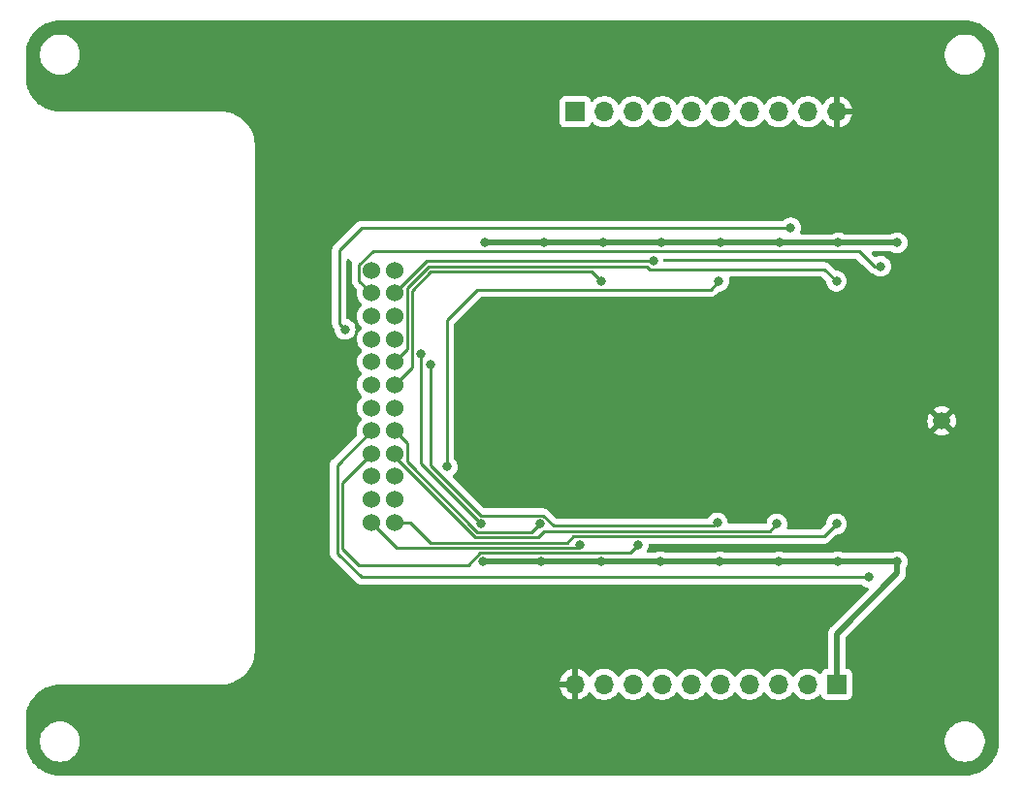
<source format=gbl>
%TF.GenerationSoftware,KiCad,Pcbnew,7.0.2*%
%TF.CreationDate,2023-10-23T14:01:15-05:00*%
%TF.ProjectId,BPS-MinionShield,4250532d-4d69-46e6-996f-6e536869656c,rev?*%
%TF.SameCoordinates,Original*%
%TF.FileFunction,Copper,L2,Bot*%
%TF.FilePolarity,Positive*%
%FSLAX46Y46*%
G04 Gerber Fmt 4.6, Leading zero omitted, Abs format (unit mm)*
G04 Created by KiCad (PCBNEW 7.0.2) date 2023-10-23 14:01:15*
%MOMM*%
%LPD*%
G01*
G04 APERTURE LIST*
%TA.AperFunction,ComponentPad*%
%ADD10R,1.700000X1.700000*%
%TD*%
%TA.AperFunction,ComponentPad*%
%ADD11O,1.700000X1.700000*%
%TD*%
%TA.AperFunction,ComponentPad*%
%ADD12C,1.500000*%
%TD*%
%TA.AperFunction,ComponentPad*%
%ADD13C,1.524000*%
%TD*%
%TA.AperFunction,ViaPad*%
%ADD14C,0.800000*%
%TD*%
%TA.AperFunction,Conductor*%
%ADD15C,0.500000*%
%TD*%
%TA.AperFunction,Conductor*%
%ADD16C,0.250000*%
%TD*%
G04 APERTURE END LIST*
D10*
X148000000Y-78000000D03*
D11*
X150540000Y-78000000D03*
X153080000Y-78000000D03*
X155620000Y-78000000D03*
X158160000Y-78000000D03*
X160700000Y-78000000D03*
X163240000Y-78000000D03*
X165780000Y-78000000D03*
X168320000Y-78000000D03*
X170860000Y-78000000D03*
D10*
X170830000Y-128000000D03*
D11*
X168290000Y-128000000D03*
X165750000Y-128000000D03*
X163210000Y-128000000D03*
X160670000Y-128000000D03*
X158130000Y-128000000D03*
X155590000Y-128000000D03*
X153050000Y-128000000D03*
X150510000Y-128000000D03*
X147970000Y-128000000D03*
D12*
X180000000Y-105000000D03*
D13*
X132210000Y-91850000D03*
X130210000Y-91850000D03*
X132210000Y-93850000D03*
X130210000Y-93850000D03*
X132210000Y-95850000D03*
X130210000Y-95850000D03*
X132210000Y-97850000D03*
X130210000Y-97850000D03*
X132210000Y-99850000D03*
X130210000Y-99850000D03*
X132210000Y-101850000D03*
X130210000Y-101850000D03*
X132210000Y-103850000D03*
X130210000Y-103850000D03*
X132210000Y-105850000D03*
X130210000Y-105850000D03*
X132210000Y-107850000D03*
X130210000Y-107850000D03*
X132210000Y-109850000D03*
X130210000Y-109850000D03*
X132210000Y-111850000D03*
X130210000Y-111850000D03*
X132210000Y-113850000D03*
X130210000Y-113850000D03*
D14*
X139950000Y-117300000D03*
X170950000Y-89450000D03*
X160650000Y-89450000D03*
X176085716Y-89450000D03*
X176100000Y-117300000D03*
X145271430Y-89450000D03*
X165800000Y-89450000D03*
X155400000Y-117300000D03*
X165750000Y-117300000D03*
X145050000Y-117300000D03*
X170900000Y-117300000D03*
X155550000Y-89450000D03*
X160600000Y-117300000D03*
X150250000Y-117300000D03*
X140135716Y-89450000D03*
X150400000Y-89450000D03*
X145000000Y-102000000D03*
X125000000Y-83000000D03*
X178130000Y-82430000D03*
X135000000Y-73000000D03*
X147320000Y-82460000D03*
X167760000Y-123980000D03*
X152250000Y-123980000D03*
X146000000Y-133000000D03*
X182000000Y-82000000D03*
X142200000Y-82460000D03*
X125000000Y-113000000D03*
X135000000Y-83000000D03*
X157600000Y-82490000D03*
X173000000Y-82390000D03*
X162580000Y-123990000D03*
X162730000Y-82490000D03*
X152450000Y-82430000D03*
X141880000Y-124000000D03*
X125000000Y-73000000D03*
X157430000Y-123980000D03*
X155000000Y-102000000D03*
X125000000Y-93000000D03*
X125000000Y-123000000D03*
X125000000Y-103000000D03*
X147080000Y-124000000D03*
X172930000Y-124000000D03*
X167870000Y-82500000D03*
X135000000Y-133000000D03*
X115000000Y-133000000D03*
X182000000Y-114000000D03*
X135000000Y-123000000D03*
X178100000Y-123990000D03*
X165000000Y-102000000D03*
X182000000Y-93000000D03*
X125000000Y-133000000D03*
X175000000Y-102000000D03*
X146000000Y-73000000D03*
X182000000Y-124000000D03*
X114000000Y-73000000D03*
X173653068Y-118660048D03*
X170800000Y-114000000D03*
X165600000Y-114000000D03*
X160400000Y-113900000D03*
X135400000Y-100100000D03*
X153500000Y-115799503D03*
X148389264Y-115800003D03*
X144900000Y-114000000D03*
X134528049Y-99143451D03*
X139800000Y-114000000D03*
X150257144Y-92800000D03*
X154800000Y-91050000D03*
X160528572Y-92800000D03*
X136800000Y-109000000D03*
X127900000Y-97000000D03*
X166800000Y-88150000D03*
X170800000Y-92800000D03*
X174650000Y-91500000D03*
D15*
X170830000Y-123580000D02*
X170830000Y-128000000D01*
X155550000Y-89450000D02*
X150400000Y-89450000D01*
X176100000Y-118310000D02*
X170830000Y-123580000D01*
X150250000Y-117300000D02*
X145050000Y-117300000D01*
X145050000Y-117300000D02*
X139950000Y-117300000D01*
X165750000Y-117300000D02*
X160600000Y-117300000D01*
X140135716Y-89450000D02*
X145271430Y-89450000D01*
X160650000Y-89450000D02*
X155550000Y-89450000D01*
X170950000Y-89450000D02*
X165800000Y-89450000D01*
X176085716Y-89450000D02*
X170950000Y-89450000D01*
X160600000Y-117300000D02*
X155400000Y-117300000D01*
X170900000Y-117300000D02*
X165750000Y-117300000D01*
X176100000Y-117300000D02*
X170900000Y-117300000D01*
X176100000Y-117300000D02*
X176100000Y-118310000D01*
X155400000Y-117300000D02*
X150250000Y-117300000D01*
X150400000Y-89450000D02*
X145271430Y-89450000D01*
X165800000Y-89450000D02*
X160650000Y-89450000D01*
D16*
X127200000Y-108860000D02*
X130210000Y-105850000D01*
X127200000Y-116550000D02*
X127200000Y-108860000D01*
X129310048Y-118660048D02*
X173653068Y-118660048D01*
X127200000Y-116550000D02*
X129310048Y-118660048D01*
X133550000Y-113850000D02*
X135324503Y-115624503D01*
X132210000Y-113850000D02*
X133550000Y-113850000D01*
X147824997Y-115075003D02*
X169724997Y-115075003D01*
X135324503Y-115624503D02*
X147275497Y-115624503D01*
X170800000Y-114000000D02*
X169724997Y-115075003D01*
X147275497Y-115624503D02*
X147824997Y-115075003D01*
X132210000Y-107850000D02*
X132210000Y-108110000D01*
X132210000Y-108110000D02*
X139274503Y-115174503D01*
X145300302Y-114625003D02*
X164974997Y-114625003D01*
X139274503Y-115174503D02*
X144750802Y-115174503D01*
X144750802Y-115174503D02*
X145300302Y-114625003D01*
X164974997Y-114625003D02*
X165600000Y-114000000D01*
X160124997Y-114175003D02*
X160400000Y-113900000D01*
X146100308Y-114175003D02*
X160124997Y-114175003D01*
X135400000Y-108900000D02*
X139775000Y-113275000D01*
X135400000Y-100100000D02*
X135400000Y-108900000D01*
X145200305Y-113275000D02*
X146100308Y-114175003D01*
X139775000Y-113275000D02*
X145200305Y-113275000D01*
X129075000Y-117575000D02*
X127650000Y-116150000D01*
X138649695Y-117575000D02*
X129075000Y-117575000D01*
X153500000Y-115799503D02*
X152775000Y-116524503D01*
X152775000Y-116524503D02*
X139700192Y-116524503D01*
X139700192Y-116524503D02*
X138649695Y-117575000D01*
X127650000Y-110410000D02*
X130210000Y-107850000D01*
X127650000Y-116150000D02*
X127650000Y-110410000D01*
X148389264Y-115800003D02*
X148114764Y-116074503D01*
X132434503Y-116074503D02*
X130210000Y-113850000D01*
X148114764Y-116074503D02*
X132434503Y-116074503D01*
X133297000Y-106937000D02*
X132210000Y-105850000D01*
X144175497Y-114724503D02*
X139460899Y-114724503D01*
X133297000Y-108560604D02*
X133297000Y-106937000D01*
X139460899Y-114724503D02*
X133297000Y-108560604D01*
X144900000Y-114000000D02*
X144175497Y-114724503D01*
X134528049Y-108728049D02*
X139800000Y-114000000D01*
X134528049Y-99143451D02*
X134528049Y-108728049D01*
X149407144Y-91950000D02*
X135400000Y-91950000D01*
X150257144Y-92800000D02*
X149407144Y-91950000D01*
X133747000Y-93603000D02*
X133747000Y-100313000D01*
X133747000Y-100313000D02*
X132210000Y-101850000D01*
X135400000Y-91950000D02*
X133747000Y-93603000D01*
X135010000Y-91050000D02*
X132210000Y-93850000D01*
X154800000Y-91050000D02*
X135010000Y-91050000D01*
X159788572Y-93540000D02*
X139460000Y-93540000D01*
X136800000Y-96200000D02*
X136800000Y-109000000D01*
X160528572Y-92800000D02*
X159788572Y-93540000D01*
X139460000Y-93540000D02*
X136800000Y-96200000D01*
X129350000Y-88150000D02*
X127400000Y-90100000D01*
X127400000Y-90100000D02*
X127400000Y-96500000D01*
X166800000Y-88150000D02*
X129350000Y-88150000D01*
X127400000Y-96500000D02*
X127900000Y-97000000D01*
X154499695Y-91775000D02*
X169775000Y-91775000D01*
X133297000Y-93399396D02*
X135196396Y-91500000D01*
X132210000Y-99850000D02*
X133297000Y-98763000D01*
X154224695Y-91500000D02*
X154499695Y-91775000D01*
X133297000Y-98763000D02*
X133297000Y-93399396D01*
X169775000Y-91775000D02*
X170800000Y-92800000D01*
X135196396Y-91500000D02*
X154224695Y-91500000D01*
X129123000Y-91399749D02*
X129123000Y-92763000D01*
X129123000Y-92763000D02*
X130210000Y-93850000D01*
X130347749Y-90175000D02*
X129123000Y-91399749D01*
X172775000Y-90175000D02*
X130347749Y-90175000D01*
X174650000Y-91500000D02*
X174100000Y-91500000D01*
X174100000Y-91500000D02*
X172775000Y-90175000D01*
%TA.AperFunction,Conductor*%
G36*
X182003405Y-70025684D02*
G01*
X182314130Y-70042474D01*
X182327631Y-70043938D01*
X182631386Y-70093567D01*
X182644661Y-70096479D01*
X182941300Y-70178552D01*
X182954188Y-70182880D01*
X183097218Y-70239658D01*
X183240253Y-70296440D01*
X183252587Y-70302125D01*
X183524758Y-70445856D01*
X183536402Y-70452833D01*
X183739550Y-70589984D01*
X183791503Y-70625059D01*
X183802342Y-70633263D01*
X184037381Y-70831961D01*
X184047265Y-70841276D01*
X184259531Y-71064152D01*
X184268364Y-71074490D01*
X184455373Y-71318939D01*
X184463040Y-71330169D01*
X184622612Y-71593337D01*
X184629025Y-71605328D01*
X184759313Y-71884168D01*
X184764396Y-71896780D01*
X184863877Y-72188035D01*
X184867571Y-72201121D01*
X184935084Y-72501392D01*
X184937347Y-72514800D01*
X184972112Y-72820612D01*
X184972916Y-72834186D01*
X184974498Y-73136981D01*
X184974500Y-73146306D01*
X184974351Y-73152432D01*
X184973576Y-73168340D01*
X184974500Y-73175246D01*
X184974500Y-126518108D01*
X184964339Y-133238458D01*
X184963638Y-133251538D01*
X184941220Y-133463205D01*
X184939045Y-133476701D01*
X184873311Y-133779071D01*
X184869687Y-133792250D01*
X184771590Y-134085710D01*
X184766560Y-134098420D01*
X184637246Y-134379535D01*
X184630868Y-134391625D01*
X184471861Y-134657083D01*
X184464216Y-134668404D01*
X184399765Y-134753501D01*
X184277393Y-134915070D01*
X184268561Y-134925503D01*
X184056119Y-135150476D01*
X184046210Y-135159890D01*
X183810649Y-135360527D01*
X183799777Y-135368813D01*
X183543859Y-135542757D01*
X183532154Y-135549816D01*
X183258905Y-135695011D01*
X183246503Y-135700761D01*
X182959143Y-135815497D01*
X182946193Y-135819870D01*
X182648080Y-135902808D01*
X182634731Y-135905752D01*
X182329389Y-135955908D01*
X182315801Y-135957388D01*
X182004234Y-135974314D01*
X181997399Y-135974500D01*
X103003293Y-135974500D01*
X102996700Y-135974327D01*
X102978512Y-135973373D01*
X102695679Y-135958550D01*
X102682563Y-135957172D01*
X102388088Y-135910532D01*
X102375188Y-135907790D01*
X102087205Y-135830626D01*
X102074661Y-135826550D01*
X101796327Y-135719707D01*
X101784280Y-135714343D01*
X101518631Y-135578989D01*
X101507208Y-135572394D01*
X101458681Y-135540880D01*
X101257164Y-135410013D01*
X101246498Y-135402263D01*
X101194958Y-135360527D01*
X101014802Y-135214639D01*
X101005001Y-135205814D01*
X100794185Y-134994998D01*
X100785360Y-134985197D01*
X100737021Y-134925503D01*
X100597732Y-134753495D01*
X100589988Y-134742838D01*
X100427601Y-134492785D01*
X100421010Y-134481368D01*
X100285656Y-134215719D01*
X100280292Y-134203672D01*
X100235018Y-134085730D01*
X100173447Y-133925332D01*
X100169373Y-133912794D01*
X100134898Y-133784132D01*
X100092209Y-133624811D01*
X100089467Y-133611911D01*
X100042827Y-133317436D01*
X100041449Y-133304319D01*
X100032375Y-133131182D01*
X101249500Y-133131182D01*
X101288604Y-133390615D01*
X101288605Y-133390618D01*
X101365936Y-133641323D01*
X101479772Y-133877704D01*
X101627563Y-134094474D01*
X101627565Y-134094476D01*
X101627567Y-134094479D01*
X101806019Y-134286805D01*
X102011143Y-134450386D01*
X102238357Y-134581568D01*
X102482584Y-134677420D01*
X102738370Y-134735802D01*
X102934506Y-134750500D01*
X102936859Y-134750500D01*
X103063141Y-134750500D01*
X103065494Y-134750500D01*
X103261630Y-134735802D01*
X103517416Y-134677420D01*
X103761643Y-134581568D01*
X103988857Y-134450386D01*
X104193981Y-134286805D01*
X104372433Y-134094479D01*
X104520228Y-133877704D01*
X104634063Y-133641323D01*
X104711396Y-133390615D01*
X104750500Y-133131182D01*
X180249500Y-133131182D01*
X180288604Y-133390615D01*
X180288605Y-133390618D01*
X180365936Y-133641323D01*
X180479772Y-133877704D01*
X180627563Y-134094474D01*
X180627565Y-134094476D01*
X180627567Y-134094479D01*
X180806019Y-134286805D01*
X181011143Y-134450386D01*
X181238357Y-134581568D01*
X181482584Y-134677420D01*
X181738370Y-134735802D01*
X181934506Y-134750500D01*
X181936859Y-134750500D01*
X182063141Y-134750500D01*
X182065494Y-134750500D01*
X182261630Y-134735802D01*
X182517416Y-134677420D01*
X182761643Y-134581568D01*
X182988857Y-134450386D01*
X183193981Y-134286805D01*
X183372433Y-134094479D01*
X183520228Y-133877704D01*
X183634063Y-133641323D01*
X183711396Y-133390615D01*
X183750500Y-133131182D01*
X183750500Y-132868818D01*
X183711396Y-132609385D01*
X183634063Y-132358677D01*
X183520228Y-132122296D01*
X183372433Y-131905521D01*
X183193981Y-131713195D01*
X182988857Y-131549614D01*
X182761643Y-131418432D01*
X182761642Y-131418432D01*
X182517417Y-131322580D01*
X182261630Y-131264198D01*
X182067836Y-131249675D01*
X182067822Y-131249674D01*
X182065494Y-131249500D01*
X181934506Y-131249500D01*
X181932178Y-131249674D01*
X181932163Y-131249675D01*
X181738369Y-131264198D01*
X181482582Y-131322580D01*
X181238356Y-131418432D01*
X181011146Y-131549612D01*
X181011143Y-131549614D01*
X180806019Y-131713195D01*
X180667525Y-131862455D01*
X180627563Y-131905525D01*
X180479772Y-132122295D01*
X180365936Y-132358676D01*
X180288605Y-132609381D01*
X180288604Y-132609385D01*
X180249500Y-132868818D01*
X180249500Y-133131182D01*
X104750500Y-133131182D01*
X104750500Y-132868818D01*
X104711396Y-132609385D01*
X104634063Y-132358677D01*
X104520228Y-132122296D01*
X104372433Y-131905521D01*
X104193981Y-131713195D01*
X103988857Y-131549614D01*
X103761643Y-131418432D01*
X103761642Y-131418432D01*
X103517417Y-131322580D01*
X103261630Y-131264198D01*
X103067836Y-131249675D01*
X103067822Y-131249674D01*
X103065494Y-131249500D01*
X102934506Y-131249500D01*
X102932178Y-131249674D01*
X102932163Y-131249675D01*
X102738369Y-131264198D01*
X102482582Y-131322580D01*
X102238356Y-131418432D01*
X102011146Y-131549612D01*
X102011143Y-131549614D01*
X101806019Y-131713195D01*
X101667525Y-131862455D01*
X101627563Y-131905525D01*
X101479772Y-132122295D01*
X101365936Y-132358676D01*
X101288605Y-132609381D01*
X101288604Y-132609385D01*
X101249500Y-132868818D01*
X101249500Y-133131182D01*
X100032375Y-133131182D01*
X100025673Y-133003300D01*
X100025500Y-132996706D01*
X100025500Y-131003293D01*
X100025673Y-130996699D01*
X100041449Y-130695680D01*
X100042827Y-130682563D01*
X100089467Y-130388088D01*
X100092209Y-130375188D01*
X100169376Y-130087195D01*
X100173445Y-130074672D01*
X100280295Y-129796319D01*
X100285656Y-129784280D01*
X100421014Y-129518623D01*
X100427596Y-129507222D01*
X100589994Y-129257151D01*
X100597725Y-129246512D01*
X100785369Y-129014790D01*
X100794175Y-129005011D01*
X101005011Y-128794175D01*
X101014790Y-128785369D01*
X101246512Y-128597725D01*
X101257151Y-128589994D01*
X101507222Y-128427596D01*
X101518623Y-128421014D01*
X101784280Y-128285655D01*
X101796319Y-128280295D01*
X102074672Y-128173445D01*
X102087195Y-128169376D01*
X102375192Y-128092208D01*
X102388084Y-128089467D01*
X102682566Y-128042826D01*
X102695678Y-128041449D01*
X102996699Y-128025672D01*
X103003293Y-128025500D01*
X117155270Y-128025500D01*
X117158560Y-128025500D01*
X117473942Y-127992352D01*
X117784132Y-127926419D01*
X118085730Y-127828424D01*
X118375433Y-127699440D01*
X118650067Y-127540880D01*
X118906622Y-127354482D01*
X119142287Y-127142287D01*
X119354482Y-126906622D01*
X119540880Y-126650067D01*
X119699440Y-126375433D01*
X119828424Y-126085730D01*
X119926419Y-125784132D01*
X119992352Y-125473942D01*
X120025500Y-125158560D01*
X120025500Y-125000000D01*
X120025500Y-124991715D01*
X120025500Y-124991714D01*
X120025500Y-108839942D01*
X126561779Y-108839942D01*
X126565941Y-108883961D01*
X126566500Y-108895819D01*
X126566500Y-116466147D01*
X126564204Y-116486935D01*
X126566438Y-116557984D01*
X126566500Y-116561943D01*
X126566500Y-116589856D01*
X126566995Y-116593774D01*
X126566997Y-116593806D01*
X126567008Y-116593888D01*
X126567937Y-116605697D01*
X126569326Y-116649892D01*
X126574977Y-116669341D01*
X126578986Y-116688696D01*
X126581525Y-116708794D01*
X126581525Y-116708796D01*
X126581526Y-116708797D01*
X126583080Y-116712723D01*
X126597801Y-116749903D01*
X126601644Y-116761130D01*
X126613980Y-116803590D01*
X126624294Y-116821030D01*
X126632987Y-116838774D01*
X126638509Y-116852720D01*
X126640449Y-116857619D01*
X126666431Y-116893380D01*
X126672948Y-116903301D01*
X126695458Y-116941363D01*
X126709778Y-116955683D01*
X126722618Y-116970716D01*
X126734526Y-116987105D01*
X126768598Y-117015292D01*
X126777378Y-117023282D01*
X128802799Y-119048703D01*
X128815883Y-119065033D01*
X128867714Y-119113705D01*
X128870557Y-119116461D01*
X128890278Y-119136182D01*
X128893399Y-119138603D01*
X128893407Y-119138610D01*
X128893473Y-119138661D01*
X128902493Y-119146365D01*
X128934727Y-119176634D01*
X128952483Y-119186395D01*
X128968999Y-119197244D01*
X128985007Y-119209661D01*
X129025573Y-119227215D01*
X129036236Y-119232439D01*
X129074986Y-119253742D01*
X129074988Y-119253743D01*
X129094610Y-119258781D01*
X129113315Y-119265185D01*
X129131903Y-119273229D01*
X129175570Y-119280144D01*
X129187177Y-119282548D01*
X129230018Y-119293548D01*
X129250279Y-119293548D01*
X129269987Y-119295098D01*
X129289991Y-119298267D01*
X129289991Y-119298266D01*
X129289992Y-119298267D01*
X129334002Y-119294107D01*
X129345859Y-119293548D01*
X172944868Y-119293548D01*
X173012989Y-119313550D01*
X173038503Y-119335236D01*
X173041814Y-119338914D01*
X173129961Y-119402956D01*
X173196316Y-119451166D01*
X173370780Y-119528842D01*
X173504761Y-119557320D01*
X173567231Y-119591047D01*
X173601553Y-119653197D01*
X173596825Y-119724036D01*
X173567656Y-119769661D01*
X170339225Y-122998092D01*
X170325377Y-123010061D01*
X170305944Y-123024529D01*
X170273773Y-123062868D01*
X170266360Y-123070958D01*
X170265017Y-123072301D01*
X170265011Y-123072307D01*
X170262420Y-123074899D01*
X170260149Y-123077770D01*
X170260140Y-123077781D01*
X170242997Y-123099460D01*
X170240688Y-123102294D01*
X170191119Y-123161369D01*
X170180589Y-123177899D01*
X170147995Y-123247794D01*
X170146401Y-123251087D01*
X170111795Y-123319997D01*
X170105363Y-123338500D01*
X170089759Y-123414064D01*
X170088967Y-123417637D01*
X170071192Y-123492640D01*
X170069202Y-123512115D01*
X170071447Y-123589258D01*
X170071500Y-123592922D01*
X170071500Y-126515500D01*
X170051498Y-126583621D01*
X169997842Y-126630114D01*
X169945500Y-126641500D01*
X169931362Y-126641500D01*
X169928013Y-126641859D01*
X169928013Y-126641860D01*
X169870799Y-126648011D01*
X169733794Y-126699111D01*
X169616738Y-126786738D01*
X169529109Y-126903796D01*
X169485000Y-127022057D01*
X169442453Y-127078893D01*
X169375933Y-127103703D01*
X169306559Y-127088611D01*
X169274246Y-127063363D01*
X169213240Y-126997094D01*
X169213239Y-126997093D01*
X169213237Y-126997091D01*
X169035578Y-126858812D01*
X168837573Y-126751657D01*
X168684510Y-126699111D01*
X168624635Y-126678556D01*
X168402569Y-126641500D01*
X168177431Y-126641500D01*
X167955365Y-126678556D01*
X167955362Y-126678556D01*
X167955362Y-126678557D01*
X167742426Y-126751657D01*
X167544421Y-126858812D01*
X167366762Y-126997091D01*
X167214278Y-127162731D01*
X167125483Y-127298643D01*
X167071479Y-127344731D01*
X167001131Y-127354306D01*
X166936774Y-127324328D01*
X166914517Y-127298643D01*
X166825721Y-127162731D01*
X166748542Y-127078893D01*
X166673240Y-126997094D01*
X166673239Y-126997093D01*
X166673237Y-126997091D01*
X166495578Y-126858812D01*
X166297573Y-126751657D01*
X166144510Y-126699111D01*
X166084635Y-126678556D01*
X165862569Y-126641500D01*
X165637431Y-126641500D01*
X165415365Y-126678556D01*
X165415362Y-126678556D01*
X165415362Y-126678557D01*
X165202426Y-126751657D01*
X165004421Y-126858812D01*
X164826762Y-126997091D01*
X164674278Y-127162731D01*
X164585483Y-127298643D01*
X164531479Y-127344731D01*
X164461131Y-127354306D01*
X164396774Y-127324328D01*
X164374517Y-127298643D01*
X164285721Y-127162731D01*
X164208542Y-127078893D01*
X164133240Y-126997094D01*
X164133239Y-126997093D01*
X164133237Y-126997091D01*
X163955578Y-126858812D01*
X163757573Y-126751657D01*
X163604510Y-126699111D01*
X163544635Y-126678556D01*
X163322569Y-126641500D01*
X163097431Y-126641500D01*
X162875365Y-126678556D01*
X162875362Y-126678556D01*
X162875362Y-126678557D01*
X162662426Y-126751657D01*
X162464421Y-126858812D01*
X162286762Y-126997091D01*
X162134278Y-127162731D01*
X162045483Y-127298643D01*
X161991479Y-127344731D01*
X161921131Y-127354306D01*
X161856774Y-127324328D01*
X161834517Y-127298643D01*
X161745721Y-127162731D01*
X161668542Y-127078893D01*
X161593240Y-126997094D01*
X161593239Y-126997093D01*
X161593237Y-126997091D01*
X161415578Y-126858812D01*
X161217573Y-126751657D01*
X161064510Y-126699111D01*
X161004635Y-126678556D01*
X160782569Y-126641500D01*
X160557431Y-126641500D01*
X160335365Y-126678556D01*
X160335362Y-126678556D01*
X160335362Y-126678557D01*
X160122426Y-126751657D01*
X159924421Y-126858812D01*
X159746762Y-126997091D01*
X159594278Y-127162731D01*
X159505483Y-127298643D01*
X159451479Y-127344731D01*
X159381131Y-127354306D01*
X159316774Y-127324328D01*
X159294517Y-127298643D01*
X159205721Y-127162731D01*
X159128542Y-127078893D01*
X159053240Y-126997094D01*
X159053239Y-126997093D01*
X159053237Y-126997091D01*
X158875578Y-126858812D01*
X158677573Y-126751657D01*
X158524510Y-126699111D01*
X158464635Y-126678556D01*
X158242569Y-126641500D01*
X158017431Y-126641500D01*
X157795365Y-126678556D01*
X157795362Y-126678556D01*
X157795362Y-126678557D01*
X157582426Y-126751657D01*
X157384421Y-126858812D01*
X157206762Y-126997091D01*
X157054278Y-127162731D01*
X156965483Y-127298643D01*
X156911479Y-127344731D01*
X156841131Y-127354306D01*
X156776774Y-127324328D01*
X156754517Y-127298643D01*
X156665721Y-127162731D01*
X156588542Y-127078893D01*
X156513240Y-126997094D01*
X156513239Y-126997093D01*
X156513237Y-126997091D01*
X156335578Y-126858812D01*
X156137573Y-126751657D01*
X155984510Y-126699111D01*
X155924635Y-126678556D01*
X155702569Y-126641500D01*
X155477431Y-126641500D01*
X155255365Y-126678556D01*
X155255362Y-126678556D01*
X155255362Y-126678557D01*
X155042426Y-126751657D01*
X154844421Y-126858812D01*
X154666762Y-126997091D01*
X154514278Y-127162731D01*
X154425483Y-127298643D01*
X154371479Y-127344731D01*
X154301131Y-127354306D01*
X154236774Y-127324328D01*
X154214517Y-127298643D01*
X154125721Y-127162731D01*
X154048542Y-127078893D01*
X153973240Y-126997094D01*
X153973239Y-126997093D01*
X153973237Y-126997091D01*
X153795578Y-126858812D01*
X153597573Y-126751657D01*
X153444510Y-126699111D01*
X153384635Y-126678556D01*
X153162569Y-126641500D01*
X152937431Y-126641500D01*
X152715365Y-126678556D01*
X152715362Y-126678556D01*
X152715362Y-126678557D01*
X152502426Y-126751657D01*
X152304421Y-126858812D01*
X152126762Y-126997091D01*
X151974278Y-127162731D01*
X151885483Y-127298643D01*
X151831479Y-127344731D01*
X151761131Y-127354306D01*
X151696774Y-127324328D01*
X151674517Y-127298643D01*
X151585721Y-127162731D01*
X151508542Y-127078893D01*
X151433240Y-126997094D01*
X151433239Y-126997093D01*
X151433237Y-126997091D01*
X151255578Y-126858812D01*
X151057573Y-126751657D01*
X150904510Y-126699111D01*
X150844635Y-126678556D01*
X150622569Y-126641500D01*
X150397431Y-126641500D01*
X150175365Y-126678556D01*
X150175362Y-126678556D01*
X150175362Y-126678557D01*
X149962426Y-126751657D01*
X149764421Y-126858812D01*
X149586762Y-126997091D01*
X149434275Y-127162735D01*
X149345182Y-127299101D01*
X149291179Y-127345189D01*
X149220831Y-127354764D01*
X149156473Y-127324786D01*
X149134217Y-127299101D01*
X149045321Y-127163037D01*
X148892903Y-126997466D01*
X148715302Y-126859233D01*
X148517368Y-126752116D01*
X148304510Y-126679042D01*
X148224000Y-126665606D01*
X148224000Y-127566325D01*
X148112315Y-127515320D01*
X148005763Y-127500000D01*
X147934237Y-127500000D01*
X147827685Y-127515320D01*
X147716000Y-127566325D01*
X147716000Y-126665606D01*
X147715999Y-126665606D01*
X147635489Y-126679042D01*
X147422631Y-126752116D01*
X147224697Y-126859233D01*
X147047096Y-126997466D01*
X146894678Y-127163037D01*
X146771580Y-127351451D01*
X146681177Y-127557548D01*
X146633455Y-127745999D01*
X146633456Y-127746000D01*
X147538884Y-127746000D01*
X147510507Y-127790156D01*
X147470000Y-127928111D01*
X147470000Y-128071889D01*
X147510507Y-128209844D01*
X147538884Y-128254000D01*
X146633455Y-128254000D01*
X146681177Y-128442451D01*
X146771580Y-128648548D01*
X146894678Y-128836962D01*
X147047096Y-129002533D01*
X147224697Y-129140766D01*
X147422631Y-129247883D01*
X147635485Y-129320955D01*
X147716000Y-129334391D01*
X147716000Y-128433674D01*
X147827685Y-128484680D01*
X147934237Y-128500000D01*
X148005763Y-128500000D01*
X148112315Y-128484680D01*
X148224000Y-128433674D01*
X148224000Y-129334390D01*
X148304514Y-129320955D01*
X148517368Y-129247883D01*
X148715302Y-129140766D01*
X148892903Y-129002533D01*
X149045323Y-128836960D01*
X149134217Y-128700899D01*
X149188220Y-128654810D01*
X149258568Y-128645235D01*
X149322926Y-128675212D01*
X149345183Y-128700898D01*
X149434077Y-128836960D01*
X149434278Y-128837268D01*
X149546525Y-128959200D01*
X149586762Y-129002908D01*
X149764421Y-129141187D01*
X149764424Y-129141189D01*
X149962426Y-129248342D01*
X150175365Y-129321444D01*
X150397431Y-129358500D01*
X150397434Y-129358500D01*
X150622566Y-129358500D01*
X150622569Y-129358500D01*
X150844635Y-129321444D01*
X151057574Y-129248342D01*
X151255576Y-129141189D01*
X151433240Y-129002906D01*
X151585722Y-128837268D01*
X151674518Y-128701354D01*
X151728521Y-128655268D01*
X151798869Y-128645693D01*
X151863226Y-128675670D01*
X151885480Y-128701353D01*
X151974278Y-128837268D01*
X152086525Y-128959200D01*
X152126762Y-129002908D01*
X152304421Y-129141187D01*
X152304424Y-129141189D01*
X152502426Y-129248342D01*
X152715365Y-129321444D01*
X152937431Y-129358500D01*
X152937434Y-129358500D01*
X153162566Y-129358500D01*
X153162569Y-129358500D01*
X153384635Y-129321444D01*
X153597574Y-129248342D01*
X153795576Y-129141189D01*
X153973240Y-129002906D01*
X154125722Y-128837268D01*
X154214518Y-128701354D01*
X154268521Y-128655268D01*
X154338869Y-128645693D01*
X154403226Y-128675670D01*
X154425480Y-128701353D01*
X154514278Y-128837268D01*
X154626525Y-128959200D01*
X154666762Y-129002908D01*
X154844421Y-129141187D01*
X154844424Y-129141189D01*
X155042426Y-129248342D01*
X155255365Y-129321444D01*
X155477431Y-129358500D01*
X155477434Y-129358500D01*
X155702566Y-129358500D01*
X155702569Y-129358500D01*
X155924635Y-129321444D01*
X156137574Y-129248342D01*
X156335576Y-129141189D01*
X156513240Y-129002906D01*
X156665722Y-128837268D01*
X156754518Y-128701354D01*
X156808521Y-128655268D01*
X156878869Y-128645693D01*
X156943226Y-128675670D01*
X156965480Y-128701353D01*
X157054278Y-128837268D01*
X157166525Y-128959200D01*
X157206762Y-129002908D01*
X157384421Y-129141187D01*
X157384424Y-129141189D01*
X157582426Y-129248342D01*
X157795365Y-129321444D01*
X158017431Y-129358500D01*
X158017434Y-129358500D01*
X158242566Y-129358500D01*
X158242569Y-129358500D01*
X158464635Y-129321444D01*
X158677574Y-129248342D01*
X158875576Y-129141189D01*
X159053240Y-129002906D01*
X159205722Y-128837268D01*
X159294518Y-128701354D01*
X159348521Y-128655268D01*
X159418869Y-128645693D01*
X159483226Y-128675670D01*
X159505480Y-128701353D01*
X159594278Y-128837268D01*
X159706525Y-128959200D01*
X159746762Y-129002908D01*
X159924421Y-129141187D01*
X159924424Y-129141189D01*
X160122426Y-129248342D01*
X160335365Y-129321444D01*
X160557431Y-129358500D01*
X160557434Y-129358500D01*
X160782566Y-129358500D01*
X160782569Y-129358500D01*
X161004635Y-129321444D01*
X161217574Y-129248342D01*
X161415576Y-129141189D01*
X161593240Y-129002906D01*
X161745722Y-128837268D01*
X161834518Y-128701354D01*
X161888521Y-128655268D01*
X161958869Y-128645693D01*
X162023226Y-128675670D01*
X162045480Y-128701353D01*
X162134278Y-128837268D01*
X162246525Y-128959200D01*
X162286762Y-129002908D01*
X162464421Y-129141187D01*
X162464424Y-129141189D01*
X162662426Y-129248342D01*
X162875365Y-129321444D01*
X163097431Y-129358500D01*
X163097434Y-129358500D01*
X163322566Y-129358500D01*
X163322569Y-129358500D01*
X163544635Y-129321444D01*
X163757574Y-129248342D01*
X163955576Y-129141189D01*
X164133240Y-129002906D01*
X164285722Y-128837268D01*
X164374518Y-128701354D01*
X164428521Y-128655268D01*
X164498869Y-128645693D01*
X164563226Y-128675670D01*
X164585480Y-128701353D01*
X164674278Y-128837268D01*
X164786525Y-128959200D01*
X164826762Y-129002908D01*
X165004421Y-129141187D01*
X165004424Y-129141189D01*
X165202426Y-129248342D01*
X165415365Y-129321444D01*
X165637431Y-129358500D01*
X165637434Y-129358500D01*
X165862566Y-129358500D01*
X165862569Y-129358500D01*
X166084635Y-129321444D01*
X166297574Y-129248342D01*
X166495576Y-129141189D01*
X166673240Y-129002906D01*
X166825722Y-128837268D01*
X166914518Y-128701354D01*
X166968521Y-128655268D01*
X167038869Y-128645693D01*
X167103226Y-128675670D01*
X167125480Y-128701353D01*
X167214278Y-128837268D01*
X167326525Y-128959200D01*
X167366762Y-129002908D01*
X167544421Y-129141187D01*
X167544424Y-129141189D01*
X167742426Y-129248342D01*
X167955365Y-129321444D01*
X168177431Y-129358500D01*
X168177434Y-129358500D01*
X168402566Y-129358500D01*
X168402569Y-129358500D01*
X168624635Y-129321444D01*
X168837574Y-129248342D01*
X169035576Y-129141189D01*
X169213240Y-129002906D01*
X169274246Y-128936636D01*
X169335098Y-128900066D01*
X169406062Y-128902201D01*
X169464608Y-128942362D01*
X169485000Y-128977940D01*
X169510767Y-129047022D01*
X169529111Y-129096205D01*
X169616738Y-129213261D01*
X169733794Y-129300888D01*
X169733795Y-129300888D01*
X169733796Y-129300889D01*
X169870799Y-129351989D01*
X169931362Y-129358500D01*
X169934731Y-129358500D01*
X171725269Y-129358500D01*
X171728638Y-129358500D01*
X171789201Y-129351989D01*
X171926204Y-129300889D01*
X172043261Y-129213261D01*
X172130889Y-129096204D01*
X172181989Y-128959201D01*
X172188500Y-128898638D01*
X172188500Y-127101362D01*
X172181989Y-127040799D01*
X172130889Y-126903796D01*
X172130888Y-126903794D01*
X172043261Y-126786738D01*
X171926205Y-126699111D01*
X171857702Y-126673561D01*
X171789201Y-126648011D01*
X171728638Y-126641500D01*
X171725269Y-126641500D01*
X171714500Y-126641500D01*
X171646379Y-126621498D01*
X171599886Y-126567842D01*
X171588500Y-126515500D01*
X171588500Y-123946370D01*
X171608502Y-123878249D01*
X171625400Y-123857280D01*
X176590777Y-118891902D01*
X176604624Y-118879936D01*
X176624058Y-118865469D01*
X176656221Y-118827138D01*
X176663660Y-118819020D01*
X176667580Y-118815101D01*
X176687070Y-118790450D01*
X176689234Y-118787794D01*
X176738032Y-118729640D01*
X176738035Y-118729633D01*
X176738895Y-118728609D01*
X176749403Y-118712114D01*
X176749965Y-118710908D01*
X176749967Y-118710906D01*
X176782022Y-118642159D01*
X176783572Y-118638958D01*
X176817609Y-118571188D01*
X176817610Y-118571183D01*
X176818207Y-118569995D01*
X176824631Y-118551517D01*
X176824901Y-118550209D01*
X176824902Y-118550207D01*
X176840251Y-118475866D01*
X176841001Y-118472484D01*
X176858500Y-118398656D01*
X176858500Y-118398651D01*
X176858807Y-118397356D01*
X176860796Y-118377888D01*
X176860757Y-118376560D01*
X176860758Y-118376558D01*
X176858553Y-118300774D01*
X176858500Y-118297110D01*
X176858500Y-117836999D01*
X176875380Y-117774000D01*
X176934527Y-117671556D01*
X176993542Y-117489928D01*
X177013504Y-117300000D01*
X176993542Y-117110072D01*
X176938725Y-116941363D01*
X176934527Y-116928443D01*
X176839041Y-116763057D01*
X176711252Y-116621133D01*
X176617564Y-116553065D01*
X176556752Y-116508882D01*
X176382288Y-116431206D01*
X176195487Y-116391500D01*
X176004513Y-116391500D01*
X175879979Y-116417970D01*
X175817711Y-116431206D01*
X175745946Y-116463158D01*
X175643248Y-116508882D01*
X175631472Y-116517437D01*
X175564608Y-116541294D01*
X175557414Y-116541500D01*
X171442586Y-116541500D01*
X171374465Y-116521498D01*
X171368551Y-116517454D01*
X171356752Y-116508882D01*
X171182288Y-116431206D01*
X170995487Y-116391500D01*
X170804513Y-116391500D01*
X170679979Y-116417970D01*
X170617711Y-116431206D01*
X170545946Y-116463158D01*
X170443248Y-116508882D01*
X170431472Y-116517437D01*
X170364608Y-116541294D01*
X170357414Y-116541500D01*
X166292586Y-116541500D01*
X166224465Y-116521498D01*
X166218551Y-116517454D01*
X166206752Y-116508882D01*
X166032288Y-116431206D01*
X165845487Y-116391500D01*
X165654513Y-116391500D01*
X165529979Y-116417970D01*
X165467711Y-116431206D01*
X165395946Y-116463158D01*
X165293248Y-116508882D01*
X165281472Y-116517437D01*
X165214608Y-116541294D01*
X165207414Y-116541500D01*
X161142586Y-116541500D01*
X161074465Y-116521498D01*
X161068551Y-116517454D01*
X161056752Y-116508882D01*
X160882288Y-116431206D01*
X160695487Y-116391500D01*
X160504513Y-116391500D01*
X160379978Y-116417970D01*
X160317711Y-116431206D01*
X160245946Y-116463158D01*
X160143248Y-116508882D01*
X160131472Y-116517437D01*
X160064608Y-116541294D01*
X160057414Y-116541500D01*
X155942586Y-116541500D01*
X155874465Y-116521498D01*
X155868551Y-116517454D01*
X155856752Y-116508882D01*
X155682288Y-116431206D01*
X155495487Y-116391500D01*
X155304513Y-116391500D01*
X155179979Y-116417970D01*
X155117711Y-116431206D01*
X155045946Y-116463158D01*
X154943248Y-116508882D01*
X154931472Y-116517437D01*
X154864608Y-116541294D01*
X154857414Y-116541500D01*
X154337411Y-116541500D01*
X154269290Y-116521498D01*
X154222797Y-116467842D01*
X154212693Y-116397568D01*
X154234753Y-116349263D01*
X154232419Y-116347916D01*
X154334527Y-116171059D01*
X154388857Y-116003849D01*
X154393542Y-115989431D01*
X154411209Y-115821331D01*
X154438222Y-115755676D01*
X154496444Y-115715046D01*
X154536519Y-115708503D01*
X169641144Y-115708503D01*
X169661932Y-115710798D01*
X169664904Y-115710704D01*
X169664906Y-115710705D01*
X169732982Y-115708565D01*
X169736942Y-115708503D01*
X169760891Y-115708503D01*
X169764853Y-115708503D01*
X169768853Y-115707997D01*
X169780696Y-115707064D01*
X169824886Y-115705676D01*
X169844335Y-115700024D01*
X169863695Y-115696015D01*
X169883794Y-115693477D01*
X169924912Y-115677196D01*
X169936114Y-115673360D01*
X169978590Y-115661021D01*
X169996036Y-115650702D01*
X170013777Y-115642012D01*
X170032614Y-115634555D01*
X170068389Y-115608561D01*
X170078300Y-115602051D01*
X170116359Y-115579545D01*
X170130688Y-115565215D01*
X170145716Y-115552380D01*
X170162104Y-115540475D01*
X170190295Y-115506396D01*
X170198265Y-115497637D01*
X170750500Y-114945404D01*
X170812813Y-114911379D01*
X170839596Y-114908500D01*
X170895485Y-114908500D01*
X170895487Y-114908500D01*
X171082288Y-114868794D01*
X171256752Y-114791118D01*
X171411253Y-114678866D01*
X171539040Y-114536944D01*
X171634527Y-114371556D01*
X171693542Y-114189928D01*
X171713504Y-114000000D01*
X171693542Y-113810072D01*
X171661049Y-113710070D01*
X171634527Y-113628443D01*
X171539041Y-113463057D01*
X171411252Y-113321133D01*
X171315091Y-113251268D01*
X171256752Y-113208882D01*
X171082288Y-113131206D01*
X170895487Y-113091500D01*
X170704513Y-113091500D01*
X170579979Y-113117970D01*
X170517711Y-113131206D01*
X170343246Y-113208883D01*
X170188747Y-113321133D01*
X170060958Y-113463057D01*
X169965472Y-113628443D01*
X169906458Y-113810070D01*
X169889093Y-113975290D01*
X169862079Y-114040947D01*
X169852879Y-114051214D01*
X169499497Y-114404598D01*
X169437185Y-114438623D01*
X169410401Y-114441503D01*
X166585224Y-114441503D01*
X166517103Y-114421501D01*
X166470610Y-114367845D01*
X166460506Y-114297571D01*
X166465391Y-114276567D01*
X166493542Y-114189928D01*
X166513504Y-114000000D01*
X166493542Y-113810072D01*
X166461049Y-113710070D01*
X166434527Y-113628443D01*
X166339041Y-113463057D01*
X166211252Y-113321133D01*
X166115091Y-113251268D01*
X166056752Y-113208882D01*
X165882288Y-113131206D01*
X165695487Y-113091500D01*
X165504513Y-113091500D01*
X165379979Y-113117970D01*
X165317711Y-113131206D01*
X165143246Y-113208883D01*
X164988747Y-113321133D01*
X164860958Y-113463057D01*
X164765472Y-113628443D01*
X164706458Y-113810070D01*
X164706457Y-113810072D01*
X164706458Y-113810072D01*
X164702262Y-113850000D01*
X164699248Y-113878674D01*
X164672234Y-113944331D01*
X164614013Y-113984960D01*
X164573938Y-113991503D01*
X161436572Y-113991503D01*
X161368451Y-113971501D01*
X161321958Y-113917845D01*
X161311262Y-113878677D01*
X161293542Y-113710072D01*
X161234527Y-113528444D01*
X161234527Y-113528443D01*
X161139041Y-113363057D01*
X161011252Y-113221133D01*
X160856753Y-113108883D01*
X160856752Y-113108882D01*
X160682288Y-113031206D01*
X160495487Y-112991500D01*
X160304513Y-112991500D01*
X160179978Y-113017970D01*
X160117711Y-113031206D01*
X159943246Y-113108883D01*
X159788747Y-113221133D01*
X159660958Y-113363057D01*
X159594306Y-113478503D01*
X159542924Y-113527496D01*
X159485187Y-113541503D01*
X146414903Y-113541503D01*
X146346782Y-113521501D01*
X146325808Y-113504598D01*
X145707549Y-112886339D01*
X145694476Y-112870021D01*
X145642653Y-112821356D01*
X145639811Y-112818601D01*
X145622879Y-112801669D01*
X145620075Y-112798865D01*
X145616880Y-112796386D01*
X145607859Y-112788682D01*
X145575625Y-112758413D01*
X145557872Y-112748653D01*
X145541346Y-112737797D01*
X145525346Y-112725386D01*
X145484771Y-112707828D01*
X145474109Y-112702604D01*
X145435368Y-112681305D01*
X145421618Y-112677775D01*
X145415742Y-112676266D01*
X145397036Y-112669862D01*
X145378450Y-112661819D01*
X145334780Y-112654902D01*
X145323158Y-112652495D01*
X145280335Y-112641500D01*
X145280334Y-112641500D01*
X145260081Y-112641500D01*
X145240371Y-112639949D01*
X145220362Y-112636779D01*
X145176344Y-112640941D01*
X145164486Y-112641500D01*
X140089595Y-112641500D01*
X140021474Y-112621498D01*
X140000500Y-112604595D01*
X137320682Y-109924777D01*
X137286656Y-109862465D01*
X137291721Y-109791650D01*
X137334268Y-109734814D01*
X137335597Y-109733833D01*
X137411253Y-109678866D01*
X137539040Y-109536944D01*
X137634527Y-109371556D01*
X137693542Y-109189928D01*
X137713504Y-109000000D01*
X137693542Y-108810072D01*
X137662931Y-108715862D01*
X137634527Y-108628443D01*
X137539041Y-108463057D01*
X137465863Y-108381783D01*
X137435146Y-108317775D01*
X137433500Y-108297473D01*
X137433500Y-106051198D01*
X179308012Y-106051198D01*
X179368595Y-106093620D01*
X179568094Y-106186649D01*
X179780715Y-106243619D01*
X180000000Y-106262804D01*
X180219284Y-106243619D01*
X180431904Y-106186649D01*
X180631405Y-106093619D01*
X180691986Y-106051198D01*
X180691986Y-106051197D01*
X180000000Y-105359210D01*
X179999999Y-105359210D01*
X179308012Y-106051196D01*
X179308012Y-106051198D01*
X137433500Y-106051198D01*
X137433500Y-105000000D01*
X178737195Y-105000000D01*
X178756380Y-105219284D01*
X178813350Y-105431905D01*
X178906379Y-105631403D01*
X178948800Y-105691986D01*
X178948802Y-105691986D01*
X179611487Y-105029302D01*
X179646372Y-105029302D01*
X179675047Y-105142538D01*
X179738936Y-105240327D01*
X179831115Y-105312072D01*
X179941595Y-105350000D01*
X180029005Y-105350000D01*
X180115216Y-105335614D01*
X180217947Y-105280019D01*
X180297060Y-105194079D01*
X180343982Y-105087108D01*
X180351200Y-104999999D01*
X180359210Y-104999999D01*
X181051197Y-105691986D01*
X181051198Y-105691986D01*
X181093619Y-105631405D01*
X181186649Y-105431904D01*
X181243619Y-105219284D01*
X181262804Y-104999999D01*
X181243619Y-104780715D01*
X181186649Y-104568095D01*
X181093620Y-104368597D01*
X181051198Y-104308012D01*
X181051196Y-104308012D01*
X180359210Y-104999999D01*
X180351200Y-104999999D01*
X180353628Y-104970698D01*
X180324953Y-104857462D01*
X180261064Y-104759673D01*
X180168885Y-104687928D01*
X180058405Y-104650000D01*
X179970995Y-104650000D01*
X179884784Y-104664386D01*
X179782053Y-104719981D01*
X179702940Y-104805921D01*
X179656018Y-104912892D01*
X179646372Y-105029302D01*
X179611487Y-105029302D01*
X179640789Y-105000000D01*
X179640789Y-104999999D01*
X178948800Y-104308011D01*
X178906378Y-104368598D01*
X178813351Y-104568092D01*
X178756380Y-104780715D01*
X178737195Y-105000000D01*
X137433500Y-105000000D01*
X137433500Y-103948801D01*
X179308011Y-103948801D01*
X179999999Y-104640789D01*
X180000000Y-104640789D01*
X180691986Y-103948801D01*
X180691986Y-103948800D01*
X180631403Y-103906379D01*
X180431905Y-103813350D01*
X180219284Y-103756380D01*
X180000000Y-103737195D01*
X179780715Y-103756380D01*
X179568092Y-103813351D01*
X179368598Y-103906378D01*
X179308011Y-103948801D01*
X137433500Y-103948801D01*
X137433500Y-96514594D01*
X137453502Y-96446473D01*
X137470405Y-96425499D01*
X139685500Y-94210405D01*
X139747812Y-94176379D01*
X139774595Y-94173500D01*
X159704719Y-94173500D01*
X159725507Y-94175795D01*
X159728479Y-94175701D01*
X159728481Y-94175702D01*
X159796557Y-94173562D01*
X159800517Y-94173500D01*
X159824466Y-94173500D01*
X159828428Y-94173500D01*
X159832428Y-94172994D01*
X159844271Y-94172061D01*
X159888461Y-94170673D01*
X159907910Y-94165021D01*
X159927270Y-94161012D01*
X159947369Y-94158474D01*
X159988487Y-94142193D01*
X159999689Y-94138357D01*
X160042165Y-94126018D01*
X160059611Y-94115699D01*
X160077352Y-94107009D01*
X160096189Y-94099552D01*
X160131964Y-94073558D01*
X160141875Y-94067048D01*
X160179934Y-94044542D01*
X160194263Y-94030212D01*
X160209291Y-94017377D01*
X160225679Y-94005472D01*
X160253870Y-93971393D01*
X160261840Y-93962634D01*
X160479071Y-93745404D01*
X160541384Y-93711379D01*
X160568167Y-93708500D01*
X160624057Y-93708500D01*
X160624059Y-93708500D01*
X160810860Y-93668794D01*
X160985324Y-93591118D01*
X161139825Y-93478866D01*
X161267612Y-93336944D01*
X161363099Y-93171556D01*
X161422114Y-92989928D01*
X161442076Y-92800000D01*
X161422114Y-92610072D01*
X161410209Y-92573435D01*
X161408183Y-92502468D01*
X161444845Y-92441670D01*
X161508557Y-92410345D01*
X161530043Y-92408500D01*
X169460405Y-92408500D01*
X169528526Y-92428502D01*
X169549500Y-92445405D01*
X169852878Y-92748783D01*
X169886904Y-92811095D01*
X169889092Y-92824703D01*
X169897987Y-92909327D01*
X169906458Y-92989929D01*
X169965472Y-93171556D01*
X170060958Y-93336942D01*
X170060960Y-93336944D01*
X170188747Y-93478866D01*
X170343248Y-93591118D01*
X170517712Y-93668794D01*
X170704513Y-93708500D01*
X170704515Y-93708500D01*
X170895485Y-93708500D01*
X170895487Y-93708500D01*
X171082288Y-93668794D01*
X171256752Y-93591118D01*
X171411253Y-93478866D01*
X171539040Y-93336944D01*
X171634527Y-93171556D01*
X171693542Y-92989928D01*
X171713504Y-92800000D01*
X171693542Y-92610072D01*
X171640038Y-92445405D01*
X171634527Y-92428443D01*
X171539041Y-92263057D01*
X171422387Y-92133500D01*
X171411253Y-92121134D01*
X171411104Y-92121026D01*
X171334002Y-92065007D01*
X171256752Y-92008882D01*
X171082288Y-91931206D01*
X170895487Y-91891500D01*
X170895485Y-91891500D01*
X170839594Y-91891500D01*
X170771473Y-91871498D01*
X170750499Y-91854595D01*
X170282248Y-91386344D01*
X170269171Y-91370021D01*
X170217347Y-91321355D01*
X170214505Y-91318600D01*
X170197574Y-91301669D01*
X170194770Y-91298865D01*
X170191575Y-91296386D01*
X170182554Y-91288682D01*
X170150320Y-91258413D01*
X170132567Y-91248653D01*
X170116041Y-91237797D01*
X170100041Y-91225386D01*
X170059466Y-91207828D01*
X170048804Y-91202604D01*
X170010063Y-91181305D01*
X169996313Y-91177775D01*
X169990437Y-91176266D01*
X169971731Y-91169862D01*
X169953145Y-91161819D01*
X169909475Y-91154902D01*
X169897853Y-91152495D01*
X169855030Y-91141500D01*
X169855029Y-91141500D01*
X169834776Y-91141500D01*
X169815066Y-91139949D01*
X169795057Y-91136779D01*
X169751039Y-91140941D01*
X169739181Y-91141500D01*
X155836572Y-91141500D01*
X155768451Y-91121498D01*
X155721958Y-91067842D01*
X155711262Y-91028671D01*
X155710729Y-91023596D01*
X155702748Y-90947667D01*
X155715520Y-90877833D01*
X155764021Y-90825986D01*
X155828058Y-90808500D01*
X172460406Y-90808500D01*
X172528527Y-90828502D01*
X172549500Y-90845404D01*
X173072077Y-91367982D01*
X173592754Y-91888659D01*
X173605833Y-91904983D01*
X173657651Y-91953643D01*
X173660493Y-91956398D01*
X173680230Y-91976135D01*
X173683360Y-91978563D01*
X173683432Y-91978619D01*
X173692442Y-91986314D01*
X173724679Y-92016586D01*
X173742426Y-92026342D01*
X173758950Y-92037196D01*
X173774959Y-92049614D01*
X173815542Y-92067175D01*
X173826193Y-92072393D01*
X173864940Y-92093695D01*
X173884560Y-92098732D01*
X173903267Y-92105137D01*
X173909880Y-92107998D01*
X173921854Y-92113181D01*
X173933689Y-92115055D01*
X173945136Y-92116868D01*
X174009290Y-92147279D01*
X174019064Y-92157006D01*
X174038747Y-92178866D01*
X174193248Y-92291118D01*
X174367712Y-92368794D01*
X174554513Y-92408500D01*
X174554515Y-92408500D01*
X174745485Y-92408500D01*
X174745487Y-92408500D01*
X174932288Y-92368794D01*
X175106752Y-92291118D01*
X175261253Y-92178866D01*
X175389040Y-92036944D01*
X175484527Y-91871556D01*
X175543542Y-91689928D01*
X175563504Y-91500000D01*
X175543542Y-91310072D01*
X175512931Y-91215862D01*
X175484527Y-91128443D01*
X175389041Y-90963057D01*
X175261252Y-90821133D01*
X175106753Y-90708883D01*
X175106752Y-90708882D01*
X174932288Y-90631206D01*
X174745487Y-90591500D01*
X174554513Y-90591500D01*
X174391747Y-90626097D01*
X174367707Y-90631207D01*
X174280340Y-90670105D01*
X174209973Y-90679539D01*
X174145677Y-90649432D01*
X174139997Y-90644093D01*
X173919500Y-90423595D01*
X173885475Y-90361283D01*
X173890540Y-90290467D01*
X173933087Y-90233632D01*
X173999608Y-90208821D01*
X174008596Y-90208500D01*
X175543130Y-90208500D01*
X175611251Y-90228502D01*
X175617164Y-90232545D01*
X175628964Y-90241118D01*
X175803428Y-90318794D01*
X175990229Y-90358500D01*
X175990231Y-90358500D01*
X176181201Y-90358500D01*
X176181203Y-90358500D01*
X176368004Y-90318794D01*
X176542468Y-90241118D01*
X176696969Y-90128866D01*
X176824756Y-89986944D01*
X176920243Y-89821556D01*
X176979258Y-89639928D01*
X176999220Y-89450000D01*
X176979258Y-89260072D01*
X176920243Y-89078444D01*
X176920243Y-89078443D01*
X176824757Y-88913057D01*
X176696968Y-88771133D01*
X176619718Y-88715008D01*
X176542468Y-88658882D01*
X176368004Y-88581206D01*
X176181203Y-88541500D01*
X175990229Y-88541500D01*
X175865695Y-88567970D01*
X175803427Y-88581206D01*
X175721142Y-88617842D01*
X175628964Y-88658882D01*
X175617188Y-88667437D01*
X175550324Y-88691294D01*
X175543130Y-88691500D01*
X171492586Y-88691500D01*
X171424465Y-88671498D01*
X171418551Y-88667454D01*
X171406752Y-88658882D01*
X171232288Y-88581206D01*
X171045487Y-88541500D01*
X170854513Y-88541500D01*
X170729978Y-88567970D01*
X170667711Y-88581206D01*
X170585426Y-88617842D01*
X170493248Y-88658882D01*
X170481472Y-88667437D01*
X170414608Y-88691294D01*
X170407414Y-88691500D01*
X167752733Y-88691500D01*
X167684612Y-88671498D01*
X167638119Y-88617842D01*
X167628015Y-88547568D01*
X167632900Y-88526564D01*
X167647351Y-88482085D01*
X167693542Y-88339928D01*
X167713504Y-88150000D01*
X167693542Y-87960072D01*
X167634527Y-87778444D01*
X167634527Y-87778443D01*
X167539041Y-87613057D01*
X167411252Y-87471133D01*
X167256753Y-87358883D01*
X167256752Y-87358882D01*
X167082288Y-87281206D01*
X166895487Y-87241500D01*
X166704513Y-87241500D01*
X166579978Y-87267970D01*
X166517711Y-87281206D01*
X166343246Y-87358883D01*
X166188746Y-87471133D01*
X166185435Y-87474812D01*
X166124988Y-87512051D01*
X166091800Y-87516500D01*
X129433849Y-87516500D01*
X129413064Y-87514205D01*
X129342033Y-87516438D01*
X129338075Y-87516500D01*
X129310144Y-87516500D01*
X129306232Y-87516993D01*
X129306199Y-87516996D01*
X129306101Y-87517009D01*
X129294300Y-87517937D01*
X129250110Y-87519326D01*
X129230657Y-87524978D01*
X129211303Y-87528986D01*
X129191201Y-87531526D01*
X129150084Y-87547804D01*
X129138859Y-87551647D01*
X129096408Y-87563980D01*
X129078967Y-87574295D01*
X129061219Y-87582989D01*
X129042383Y-87590447D01*
X129006614Y-87616434D01*
X128996697Y-87622948D01*
X128958637Y-87645457D01*
X128944305Y-87659788D01*
X128929281Y-87672619D01*
X128912896Y-87684524D01*
X128884711Y-87718593D01*
X128876723Y-87727370D01*
X127011336Y-89592757D01*
X126995016Y-89605833D01*
X126946370Y-89657635D01*
X126943621Y-89660472D01*
X126926667Y-89677427D01*
X126926660Y-89677434D01*
X126923865Y-89680230D01*
X126921442Y-89683352D01*
X126921426Y-89683371D01*
X126921365Y-89683451D01*
X126913689Y-89692436D01*
X126883414Y-89724677D01*
X126873652Y-89742434D01*
X126862801Y-89758952D01*
X126850385Y-89774959D01*
X126832824Y-89815539D01*
X126827604Y-89826195D01*
X126806304Y-89864940D01*
X126801267Y-89884559D01*
X126794864Y-89903261D01*
X126786818Y-89921855D01*
X126779901Y-89965524D01*
X126777495Y-89977144D01*
X126766500Y-90019969D01*
X126766500Y-90040223D01*
X126764949Y-90059933D01*
X126761779Y-90079944D01*
X126765940Y-90123963D01*
X126766499Y-90135819D01*
X126766500Y-96416147D01*
X126764204Y-96436935D01*
X126766438Y-96507984D01*
X126766500Y-96511943D01*
X126766500Y-96539856D01*
X126766995Y-96543774D01*
X126766997Y-96543806D01*
X126767008Y-96543888D01*
X126767937Y-96555697D01*
X126769326Y-96599892D01*
X126774977Y-96619341D01*
X126778986Y-96638696D01*
X126781525Y-96658794D01*
X126797801Y-96699903D01*
X126801644Y-96711130D01*
X126813980Y-96753590D01*
X126824294Y-96771030D01*
X126832987Y-96788774D01*
X126840448Y-96807617D01*
X126840449Y-96807619D01*
X126866431Y-96843380D01*
X126872948Y-96853301D01*
X126895458Y-96891363D01*
X126909778Y-96905683D01*
X126922618Y-96920716D01*
X126934525Y-96937105D01*
X126944586Y-96945428D01*
X126984323Y-97004262D01*
X126989579Y-97029340D01*
X127006458Y-97189929D01*
X127065472Y-97371556D01*
X127160958Y-97536942D01*
X127160960Y-97536944D01*
X127288747Y-97678866D01*
X127443248Y-97791118D01*
X127617712Y-97868794D01*
X127804513Y-97908500D01*
X127804515Y-97908500D01*
X127995485Y-97908500D01*
X127995487Y-97908500D01*
X128182288Y-97868794D01*
X128356752Y-97791118D01*
X128511253Y-97678866D01*
X128639040Y-97536944D01*
X128734527Y-97371556D01*
X128793542Y-97189928D01*
X128813504Y-97000000D01*
X128793542Y-96810072D01*
X128761394Y-96711130D01*
X128734527Y-96628443D01*
X128639041Y-96463057D01*
X128511252Y-96321133D01*
X128356753Y-96208883D01*
X128356752Y-96208882D01*
X128182288Y-96131206D01*
X128182284Y-96131205D01*
X128133302Y-96120793D01*
X128070829Y-96087065D01*
X128036508Y-96024915D01*
X128033500Y-95997547D01*
X128033500Y-90982118D01*
X128053502Y-90913997D01*
X128107158Y-90867504D01*
X128177432Y-90857400D01*
X128235752Y-90881810D01*
X128368938Y-90983056D01*
X128458731Y-91024599D01*
X128512157Y-91071355D01*
X128531823Y-91139574D01*
X128527867Y-91170284D01*
X128524268Y-91184303D01*
X128517864Y-91203010D01*
X128509818Y-91221604D01*
X128502901Y-91265273D01*
X128500495Y-91276893D01*
X128489500Y-91319718D01*
X128489500Y-91339972D01*
X128487949Y-91359682D01*
X128484779Y-91379691D01*
X128488941Y-91423710D01*
X128489500Y-91435568D01*
X128489500Y-92679147D01*
X128487204Y-92699935D01*
X128489438Y-92770984D01*
X128489500Y-92774943D01*
X128489500Y-92802856D01*
X128489995Y-92806774D01*
X128489997Y-92806806D01*
X128490008Y-92806888D01*
X128490937Y-92818697D01*
X128492326Y-92862892D01*
X128497977Y-92882341D01*
X128501986Y-92901696D01*
X128504525Y-92921794D01*
X128504525Y-92921796D01*
X128504526Y-92921797D01*
X128512383Y-92941643D01*
X128520801Y-92962903D01*
X128524644Y-92974130D01*
X128536980Y-93016590D01*
X128547294Y-93034030D01*
X128555987Y-93051774D01*
X128563448Y-93070617D01*
X128563449Y-93070619D01*
X128589431Y-93106380D01*
X128595948Y-93116301D01*
X128618458Y-93154363D01*
X128632778Y-93168683D01*
X128645618Y-93183716D01*
X128657526Y-93200105D01*
X128691598Y-93228292D01*
X128700378Y-93236282D01*
X128931874Y-93467778D01*
X128965900Y-93530090D01*
X128964486Y-93589483D01*
X128954022Y-93628534D01*
X128934647Y-93850000D01*
X128954022Y-94071467D01*
X129007946Y-94272709D01*
X129011560Y-94286196D01*
X129072609Y-94417117D01*
X129105512Y-94487678D01*
X129209999Y-94636900D01*
X129233023Y-94669781D01*
X129324147Y-94760905D01*
X129358171Y-94823215D01*
X129353107Y-94894031D01*
X129324147Y-94939094D01*
X129233023Y-95030218D01*
X129105512Y-95212322D01*
X129011559Y-95413807D01*
X128954022Y-95628532D01*
X128934647Y-95850000D01*
X128954022Y-96071467D01*
X128998061Y-96235819D01*
X129011560Y-96286196D01*
X129027852Y-96321134D01*
X129105512Y-96487678D01*
X129233025Y-96669784D01*
X129324146Y-96760905D01*
X129358172Y-96823217D01*
X129353107Y-96894032D01*
X129324146Y-96939095D01*
X129233025Y-97030215D01*
X129105512Y-97212322D01*
X129011559Y-97413807D01*
X128954022Y-97628532D01*
X128934647Y-97850000D01*
X128954022Y-98071467D01*
X128992469Y-98214949D01*
X129011560Y-98286196D01*
X129042401Y-98352334D01*
X129105512Y-98487678D01*
X129233025Y-98669784D01*
X129324146Y-98760905D01*
X129358172Y-98823217D01*
X129353107Y-98894032D01*
X129324146Y-98939095D01*
X129233025Y-99030215D01*
X129105512Y-99212322D01*
X129011559Y-99413807D01*
X128954022Y-99628532D01*
X128934647Y-99850000D01*
X128954022Y-100071467D01*
X129007946Y-100272709D01*
X129011560Y-100286196D01*
X129072609Y-100417117D01*
X129105512Y-100487678D01*
X129233025Y-100669784D01*
X129324146Y-100760905D01*
X129358172Y-100823217D01*
X129353107Y-100894032D01*
X129324146Y-100939095D01*
X129233025Y-101030215D01*
X129105512Y-101212322D01*
X129011559Y-101413807D01*
X128954022Y-101628532D01*
X128934647Y-101850000D01*
X128954022Y-102071467D01*
X129007946Y-102272709D01*
X129011560Y-102286196D01*
X129072609Y-102417117D01*
X129105512Y-102487678D01*
X129233025Y-102669784D01*
X129324146Y-102760905D01*
X129358172Y-102823217D01*
X129353107Y-102894032D01*
X129324146Y-102939095D01*
X129233025Y-103030215D01*
X129105512Y-103212322D01*
X129011559Y-103413807D01*
X128954022Y-103628532D01*
X128934647Y-103850000D01*
X128954022Y-104071467D01*
X129007946Y-104272709D01*
X129011560Y-104286196D01*
X129049984Y-104368597D01*
X129105512Y-104487678D01*
X129233025Y-104669784D01*
X129324146Y-104760905D01*
X129358172Y-104823217D01*
X129353107Y-104894032D01*
X129324146Y-104939095D01*
X129233025Y-105030215D01*
X129105512Y-105212322D01*
X129011559Y-105413807D01*
X128954022Y-105628532D01*
X128954022Y-105628537D01*
X128934647Y-105850000D01*
X128954022Y-106071463D01*
X128964486Y-106110513D01*
X128962796Y-106181490D01*
X128931874Y-106232220D01*
X126811336Y-108352757D01*
X126795016Y-108365833D01*
X126746370Y-108417635D01*
X126743621Y-108420472D01*
X126726667Y-108437427D01*
X126726660Y-108437434D01*
X126723865Y-108440230D01*
X126721442Y-108443352D01*
X126721426Y-108443371D01*
X126721365Y-108443451D01*
X126713689Y-108452436D01*
X126683414Y-108484677D01*
X126673652Y-108502434D01*
X126662801Y-108518952D01*
X126650385Y-108534959D01*
X126632824Y-108575539D01*
X126627604Y-108586195D01*
X126606304Y-108624940D01*
X126601267Y-108644559D01*
X126594864Y-108663261D01*
X126586818Y-108681855D01*
X126579901Y-108725524D01*
X126577495Y-108737144D01*
X126566500Y-108779969D01*
X126566500Y-108800223D01*
X126564949Y-108819933D01*
X126561779Y-108839942D01*
X120025500Y-108839942D01*
X120025500Y-80994928D01*
X120025500Y-80841440D01*
X119992352Y-80526058D01*
X119926419Y-80215868D01*
X119828424Y-79914270D01*
X119699440Y-79624567D01*
X119540880Y-79349933D01*
X119354482Y-79093378D01*
X119179136Y-78898638D01*
X146641500Y-78898638D01*
X146648011Y-78959201D01*
X146664173Y-79002533D01*
X146699111Y-79096205D01*
X146786738Y-79213261D01*
X146903794Y-79300888D01*
X146903795Y-79300888D01*
X146903796Y-79300889D01*
X147040799Y-79351989D01*
X147101362Y-79358500D01*
X147104731Y-79358500D01*
X148895269Y-79358500D01*
X148898638Y-79358500D01*
X148959201Y-79351989D01*
X149096204Y-79300889D01*
X149213261Y-79213261D01*
X149300889Y-79096204D01*
X149344999Y-78977941D01*
X149387545Y-78921107D01*
X149454065Y-78896296D01*
X149523439Y-78911387D01*
X149555753Y-78936635D01*
X149593780Y-78977943D01*
X149616762Y-79002908D01*
X149794421Y-79141187D01*
X149794424Y-79141189D01*
X149992426Y-79248342D01*
X150205365Y-79321444D01*
X150427431Y-79358500D01*
X150427434Y-79358500D01*
X150652566Y-79358500D01*
X150652569Y-79358500D01*
X150874635Y-79321444D01*
X151087574Y-79248342D01*
X151285576Y-79141189D01*
X151463240Y-79002906D01*
X151615722Y-78837268D01*
X151704518Y-78701354D01*
X151758521Y-78655268D01*
X151828869Y-78645693D01*
X151893226Y-78675670D01*
X151915480Y-78701353D01*
X152004278Y-78837268D01*
X152116525Y-78959200D01*
X152156762Y-79002908D01*
X152334421Y-79141187D01*
X152334424Y-79141189D01*
X152532426Y-79248342D01*
X152745365Y-79321444D01*
X152967431Y-79358500D01*
X152967434Y-79358500D01*
X153192566Y-79358500D01*
X153192569Y-79358500D01*
X153414635Y-79321444D01*
X153627574Y-79248342D01*
X153825576Y-79141189D01*
X154003240Y-79002906D01*
X154155722Y-78837268D01*
X154244518Y-78701354D01*
X154298521Y-78655268D01*
X154368869Y-78645693D01*
X154433226Y-78675670D01*
X154455480Y-78701353D01*
X154544278Y-78837268D01*
X154656525Y-78959200D01*
X154696762Y-79002908D01*
X154874421Y-79141187D01*
X154874424Y-79141189D01*
X155072426Y-79248342D01*
X155285365Y-79321444D01*
X155507431Y-79358500D01*
X155507434Y-79358500D01*
X155732566Y-79358500D01*
X155732569Y-79358500D01*
X155954635Y-79321444D01*
X156167574Y-79248342D01*
X156365576Y-79141189D01*
X156543240Y-79002906D01*
X156695722Y-78837268D01*
X156784518Y-78701354D01*
X156838521Y-78655268D01*
X156908869Y-78645693D01*
X156973226Y-78675670D01*
X156995480Y-78701353D01*
X157084278Y-78837268D01*
X157196525Y-78959200D01*
X157236762Y-79002908D01*
X157414421Y-79141187D01*
X157414424Y-79141189D01*
X157612426Y-79248342D01*
X157825365Y-79321444D01*
X158047431Y-79358500D01*
X158047434Y-79358500D01*
X158272566Y-79358500D01*
X158272569Y-79358500D01*
X158494635Y-79321444D01*
X158707574Y-79248342D01*
X158905576Y-79141189D01*
X159083240Y-79002906D01*
X159235722Y-78837268D01*
X159324518Y-78701354D01*
X159378521Y-78655268D01*
X159448869Y-78645693D01*
X159513226Y-78675670D01*
X159535480Y-78701353D01*
X159624278Y-78837268D01*
X159736525Y-78959200D01*
X159776762Y-79002908D01*
X159954421Y-79141187D01*
X159954424Y-79141189D01*
X160152426Y-79248342D01*
X160365365Y-79321444D01*
X160587431Y-79358500D01*
X160587434Y-79358500D01*
X160812566Y-79358500D01*
X160812569Y-79358500D01*
X161034635Y-79321444D01*
X161247574Y-79248342D01*
X161445576Y-79141189D01*
X161623240Y-79002906D01*
X161775722Y-78837268D01*
X161864518Y-78701354D01*
X161918521Y-78655268D01*
X161988869Y-78645693D01*
X162053226Y-78675670D01*
X162075480Y-78701353D01*
X162164278Y-78837268D01*
X162276525Y-78959200D01*
X162316762Y-79002908D01*
X162494421Y-79141187D01*
X162494424Y-79141189D01*
X162692426Y-79248342D01*
X162905365Y-79321444D01*
X163127431Y-79358500D01*
X163127434Y-79358500D01*
X163352566Y-79358500D01*
X163352569Y-79358500D01*
X163574635Y-79321444D01*
X163787574Y-79248342D01*
X163985576Y-79141189D01*
X164163240Y-79002906D01*
X164315722Y-78837268D01*
X164404518Y-78701354D01*
X164458521Y-78655268D01*
X164528869Y-78645693D01*
X164593226Y-78675670D01*
X164615480Y-78701353D01*
X164704278Y-78837268D01*
X164816525Y-78959200D01*
X164856762Y-79002908D01*
X165034421Y-79141187D01*
X165034424Y-79141189D01*
X165232426Y-79248342D01*
X165445365Y-79321444D01*
X165667431Y-79358500D01*
X165667434Y-79358500D01*
X165892566Y-79358500D01*
X165892569Y-79358500D01*
X166114635Y-79321444D01*
X166327574Y-79248342D01*
X166525576Y-79141189D01*
X166703240Y-79002906D01*
X166855722Y-78837268D01*
X166944518Y-78701354D01*
X166998521Y-78655268D01*
X167068869Y-78645693D01*
X167133226Y-78675670D01*
X167155480Y-78701353D01*
X167244278Y-78837268D01*
X167356525Y-78959200D01*
X167396762Y-79002908D01*
X167574421Y-79141187D01*
X167574424Y-79141189D01*
X167772426Y-79248342D01*
X167985365Y-79321444D01*
X168207431Y-79358500D01*
X168207434Y-79358500D01*
X168432566Y-79358500D01*
X168432569Y-79358500D01*
X168654635Y-79321444D01*
X168867574Y-79248342D01*
X169065576Y-79141189D01*
X169243240Y-79002906D01*
X169395722Y-78837268D01*
X169484817Y-78700896D01*
X169538819Y-78654809D01*
X169609167Y-78645234D01*
X169673524Y-78675211D01*
X169695782Y-78700897D01*
X169784678Y-78836962D01*
X169937096Y-79002533D01*
X170114697Y-79140766D01*
X170312631Y-79247883D01*
X170525485Y-79320955D01*
X170606000Y-79334391D01*
X170606000Y-78433674D01*
X170717685Y-78484680D01*
X170824237Y-78500000D01*
X170895763Y-78500000D01*
X171002315Y-78484680D01*
X171114000Y-78433674D01*
X171114000Y-79334390D01*
X171194514Y-79320955D01*
X171407368Y-79247883D01*
X171605302Y-79140766D01*
X171782903Y-79002533D01*
X171935321Y-78836962D01*
X172058419Y-78648548D01*
X172148822Y-78442451D01*
X172196544Y-78254000D01*
X171291116Y-78254000D01*
X171319493Y-78209844D01*
X171360000Y-78071889D01*
X171360000Y-77928111D01*
X171319493Y-77790156D01*
X171291116Y-77746000D01*
X172196544Y-77746000D01*
X172196544Y-77745999D01*
X172148822Y-77557548D01*
X172058419Y-77351451D01*
X171935321Y-77163037D01*
X171782903Y-76997466D01*
X171605302Y-76859233D01*
X171407368Y-76752116D01*
X171194510Y-76679042D01*
X171114000Y-76665606D01*
X171114000Y-77566325D01*
X171002315Y-77515320D01*
X170895763Y-77500000D01*
X170824237Y-77500000D01*
X170717685Y-77515320D01*
X170606000Y-77566325D01*
X170606000Y-76665607D01*
X170605999Y-76665606D01*
X170525489Y-76679042D01*
X170312631Y-76752116D01*
X170114697Y-76859233D01*
X169937096Y-76997466D01*
X169784678Y-77163037D01*
X169695782Y-77299102D01*
X169641778Y-77345190D01*
X169571430Y-77354765D01*
X169507073Y-77324787D01*
X169484816Y-77299101D01*
X169395723Y-77162734D01*
X169395722Y-77162732D01*
X169243240Y-76997094D01*
X169243239Y-76997093D01*
X169243237Y-76997091D01*
X169065578Y-76858812D01*
X168867573Y-76751657D01*
X168714510Y-76699111D01*
X168654635Y-76678556D01*
X168432569Y-76641500D01*
X168207431Y-76641500D01*
X167985365Y-76678556D01*
X167985362Y-76678556D01*
X167985362Y-76678557D01*
X167772426Y-76751657D01*
X167574421Y-76858812D01*
X167396762Y-76997091D01*
X167244278Y-77162731D01*
X167155483Y-77298643D01*
X167101479Y-77344731D01*
X167031131Y-77354306D01*
X166966774Y-77324328D01*
X166944517Y-77298643D01*
X166855721Y-77162731D01*
X166795945Y-77097798D01*
X166703240Y-76997094D01*
X166703239Y-76997093D01*
X166703237Y-76997091D01*
X166525578Y-76858812D01*
X166327573Y-76751657D01*
X166174510Y-76699111D01*
X166114635Y-76678556D01*
X165892569Y-76641500D01*
X165667431Y-76641500D01*
X165445365Y-76678556D01*
X165445362Y-76678556D01*
X165445362Y-76678557D01*
X165232426Y-76751657D01*
X165034421Y-76858812D01*
X164856762Y-76997091D01*
X164704278Y-77162731D01*
X164615483Y-77298643D01*
X164561479Y-77344731D01*
X164491131Y-77354306D01*
X164426774Y-77324328D01*
X164404517Y-77298643D01*
X164315721Y-77162731D01*
X164255945Y-77097798D01*
X164163240Y-76997094D01*
X164163239Y-76997093D01*
X164163237Y-76997091D01*
X163985578Y-76858812D01*
X163787573Y-76751657D01*
X163634510Y-76699111D01*
X163574635Y-76678556D01*
X163352569Y-76641500D01*
X163127431Y-76641500D01*
X162905365Y-76678556D01*
X162905362Y-76678556D01*
X162905362Y-76678557D01*
X162692426Y-76751657D01*
X162494421Y-76858812D01*
X162316762Y-76997091D01*
X162164278Y-77162731D01*
X162075483Y-77298643D01*
X162021479Y-77344731D01*
X161951131Y-77354306D01*
X161886774Y-77324328D01*
X161864517Y-77298643D01*
X161775721Y-77162731D01*
X161715945Y-77097798D01*
X161623240Y-76997094D01*
X161623239Y-76997093D01*
X161623237Y-76997091D01*
X161445578Y-76858812D01*
X161247573Y-76751657D01*
X161094510Y-76699111D01*
X161034635Y-76678556D01*
X160812569Y-76641500D01*
X160587431Y-76641500D01*
X160365365Y-76678556D01*
X160365362Y-76678556D01*
X160365362Y-76678557D01*
X160152426Y-76751657D01*
X159954421Y-76858812D01*
X159776762Y-76997091D01*
X159624278Y-77162731D01*
X159535483Y-77298643D01*
X159481479Y-77344731D01*
X159411131Y-77354306D01*
X159346774Y-77324328D01*
X159324517Y-77298643D01*
X159235721Y-77162731D01*
X159175945Y-77097798D01*
X159083240Y-76997094D01*
X159083239Y-76997093D01*
X159083237Y-76997091D01*
X158905578Y-76858812D01*
X158707573Y-76751657D01*
X158554510Y-76699111D01*
X158494635Y-76678556D01*
X158272569Y-76641500D01*
X158047431Y-76641500D01*
X157825365Y-76678556D01*
X157825362Y-76678556D01*
X157825362Y-76678557D01*
X157612426Y-76751657D01*
X157414421Y-76858812D01*
X157236762Y-76997091D01*
X157084278Y-77162731D01*
X156995483Y-77298643D01*
X156941479Y-77344731D01*
X156871131Y-77354306D01*
X156806774Y-77324328D01*
X156784517Y-77298643D01*
X156695721Y-77162731D01*
X156635945Y-77097798D01*
X156543240Y-76997094D01*
X156543239Y-76997093D01*
X156543237Y-76997091D01*
X156365578Y-76858812D01*
X156167573Y-76751657D01*
X156014510Y-76699111D01*
X155954635Y-76678556D01*
X155732569Y-76641500D01*
X155507431Y-76641500D01*
X155285365Y-76678556D01*
X155285362Y-76678556D01*
X155285362Y-76678557D01*
X155072426Y-76751657D01*
X154874421Y-76858812D01*
X154696762Y-76997091D01*
X154544278Y-77162731D01*
X154455483Y-77298643D01*
X154401479Y-77344731D01*
X154331131Y-77354306D01*
X154266774Y-77324328D01*
X154244517Y-77298643D01*
X154155721Y-77162731D01*
X154095945Y-77097798D01*
X154003240Y-76997094D01*
X154003239Y-76997093D01*
X154003237Y-76997091D01*
X153825578Y-76858812D01*
X153627573Y-76751657D01*
X153474510Y-76699111D01*
X153414635Y-76678556D01*
X153192569Y-76641500D01*
X152967431Y-76641500D01*
X152745365Y-76678556D01*
X152745362Y-76678556D01*
X152745362Y-76678557D01*
X152532426Y-76751657D01*
X152334421Y-76858812D01*
X152156762Y-76997091D01*
X152004278Y-77162731D01*
X151915483Y-77298643D01*
X151861479Y-77344731D01*
X151791131Y-77354306D01*
X151726774Y-77324328D01*
X151704517Y-77298643D01*
X151615721Y-77162731D01*
X151555945Y-77097798D01*
X151463240Y-76997094D01*
X151463239Y-76997093D01*
X151463237Y-76997091D01*
X151285578Y-76858812D01*
X151087573Y-76751657D01*
X150934510Y-76699111D01*
X150874635Y-76678556D01*
X150652569Y-76641500D01*
X150427431Y-76641500D01*
X150205365Y-76678556D01*
X150205362Y-76678556D01*
X150205362Y-76678557D01*
X149992426Y-76751657D01*
X149794421Y-76858812D01*
X149616758Y-76997094D01*
X149555754Y-77063362D01*
X149494901Y-77099933D01*
X149423937Y-77097798D01*
X149365392Y-77057636D01*
X149344998Y-77022056D01*
X149335688Y-76997094D01*
X149300889Y-76903796D01*
X149300888Y-76903794D01*
X149213261Y-76786738D01*
X149096205Y-76699111D01*
X149006377Y-76665607D01*
X148959201Y-76648011D01*
X148898638Y-76641500D01*
X147101362Y-76641500D01*
X147098013Y-76641859D01*
X147098013Y-76641860D01*
X147040799Y-76648011D01*
X146903794Y-76699111D01*
X146786738Y-76786738D01*
X146699111Y-76903794D01*
X146655002Y-77022056D01*
X146648011Y-77040799D01*
X146641500Y-77101362D01*
X146641500Y-78898638D01*
X119179136Y-78898638D01*
X119142287Y-78857713D01*
X118906622Y-78645518D01*
X118650067Y-78459120D01*
X118621481Y-78442616D01*
X118378295Y-78302212D01*
X118378289Y-78302209D01*
X118375433Y-78300560D01*
X118335227Y-78282659D01*
X118088743Y-78172917D01*
X118088735Y-78172914D01*
X118085730Y-78171576D01*
X117784132Y-78073581D01*
X117780917Y-78072897D01*
X117780911Y-78072896D01*
X117557929Y-78025500D01*
X117473942Y-78007648D01*
X117470672Y-78007304D01*
X117470664Y-78007303D01*
X117161829Y-77974843D01*
X117161817Y-77974842D01*
X117158560Y-77974500D01*
X117155270Y-77974500D01*
X103003293Y-77974500D01*
X102996700Y-77974327D01*
X102978512Y-77973373D01*
X102695679Y-77958550D01*
X102682563Y-77957172D01*
X102388088Y-77910532D01*
X102375188Y-77907790D01*
X102087205Y-77830626D01*
X102074661Y-77826550D01*
X101796327Y-77719707D01*
X101784280Y-77714343D01*
X101518631Y-77578989D01*
X101507208Y-77572394D01*
X101257167Y-77410015D01*
X101246498Y-77402263D01*
X101187493Y-77354482D01*
X101014802Y-77214639D01*
X101005001Y-77205814D01*
X100794185Y-76994998D01*
X100785360Y-76985197D01*
X100719441Y-76903794D01*
X100597732Y-76753495D01*
X100589988Y-76742838D01*
X100427601Y-76492785D01*
X100421010Y-76481368D01*
X100285656Y-76215719D01*
X100280292Y-76203672D01*
X100173449Y-75925338D01*
X100169373Y-75912794D01*
X100134898Y-75784132D01*
X100092209Y-75624811D01*
X100089467Y-75611911D01*
X100042827Y-75317436D01*
X100041449Y-75304319D01*
X100025673Y-75003300D01*
X100025500Y-74996706D01*
X100025500Y-73131182D01*
X101249500Y-73131182D01*
X101288604Y-73390615D01*
X101288605Y-73390618D01*
X101365936Y-73641323D01*
X101479772Y-73877704D01*
X101627563Y-74094474D01*
X101627565Y-74094476D01*
X101627567Y-74094479D01*
X101806019Y-74286805D01*
X102011143Y-74450386D01*
X102238357Y-74581568D01*
X102482584Y-74677420D01*
X102738370Y-74735802D01*
X102934506Y-74750500D01*
X102936859Y-74750500D01*
X103063141Y-74750500D01*
X103065494Y-74750500D01*
X103261630Y-74735802D01*
X103517416Y-74677420D01*
X103761643Y-74581568D01*
X103988857Y-74450386D01*
X104193981Y-74286805D01*
X104372433Y-74094479D01*
X104520228Y-73877704D01*
X104634063Y-73641323D01*
X104711396Y-73390615D01*
X104750500Y-73131182D01*
X180249500Y-73131182D01*
X180288604Y-73390615D01*
X180288605Y-73390618D01*
X180365936Y-73641323D01*
X180479772Y-73877704D01*
X180627563Y-74094474D01*
X180627565Y-74094476D01*
X180627567Y-74094479D01*
X180806019Y-74286805D01*
X181011143Y-74450386D01*
X181238357Y-74581568D01*
X181482584Y-74677420D01*
X181738370Y-74735802D01*
X181934506Y-74750500D01*
X181936859Y-74750500D01*
X182063141Y-74750500D01*
X182065494Y-74750500D01*
X182261630Y-74735802D01*
X182517416Y-74677420D01*
X182761643Y-74581568D01*
X182988857Y-74450386D01*
X183193981Y-74286805D01*
X183372433Y-74094479D01*
X183520228Y-73877704D01*
X183634063Y-73641323D01*
X183711396Y-73390615D01*
X183750500Y-73131182D01*
X183750500Y-72868818D01*
X183711396Y-72609385D01*
X183634063Y-72358677D01*
X183624173Y-72338141D01*
X183551886Y-72188035D01*
X183520228Y-72122296D01*
X183372433Y-71905521D01*
X183193981Y-71713195D01*
X182988857Y-71549614D01*
X182761643Y-71418432D01*
X182517417Y-71322580D01*
X182261630Y-71264198D01*
X182067836Y-71249675D01*
X182067822Y-71249674D01*
X182065494Y-71249500D01*
X181934506Y-71249500D01*
X181932178Y-71249674D01*
X181932163Y-71249675D01*
X181738369Y-71264198D01*
X181482582Y-71322580D01*
X181238356Y-71418432D01*
X181084592Y-71507208D01*
X181011143Y-71549614D01*
X180806019Y-71713195D01*
X180728884Y-71796327D01*
X180627563Y-71905525D01*
X180479772Y-72122295D01*
X180365936Y-72358676D01*
X180288605Y-72609381D01*
X180288604Y-72609385D01*
X180249500Y-72868818D01*
X180249500Y-73131182D01*
X104750500Y-73131182D01*
X104750500Y-72868818D01*
X104711396Y-72609385D01*
X104634063Y-72358677D01*
X104624173Y-72338141D01*
X104551886Y-72188035D01*
X104520228Y-72122296D01*
X104372433Y-71905521D01*
X104193981Y-71713195D01*
X103988857Y-71549614D01*
X103761643Y-71418432D01*
X103761642Y-71418432D01*
X103517417Y-71322580D01*
X103261630Y-71264198D01*
X103067836Y-71249675D01*
X103067822Y-71249674D01*
X103065494Y-71249500D01*
X102934506Y-71249500D01*
X102932178Y-71249674D01*
X102932163Y-71249675D01*
X102738369Y-71264198D01*
X102482582Y-71322580D01*
X102238356Y-71418432D01*
X102084592Y-71507208D01*
X102011143Y-71549614D01*
X101806019Y-71713195D01*
X101728884Y-71796327D01*
X101627563Y-71905525D01*
X101479772Y-72122295D01*
X101365936Y-72358676D01*
X101288605Y-72609381D01*
X101288604Y-72609385D01*
X101249500Y-72868818D01*
X101249500Y-73131182D01*
X100025500Y-73131182D01*
X100025500Y-73003293D01*
X100025673Y-72996699D01*
X100034547Y-72827372D01*
X100041449Y-72695678D01*
X100042827Y-72682563D01*
X100089467Y-72388088D01*
X100092209Y-72375188D01*
X100096633Y-72358677D01*
X100169376Y-72087195D01*
X100173445Y-72074672D01*
X100280295Y-71796319D01*
X100285656Y-71784280D01*
X100421014Y-71518623D01*
X100427596Y-71507222D01*
X100589994Y-71257151D01*
X100597725Y-71246512D01*
X100785369Y-71014790D01*
X100794175Y-71005011D01*
X101005011Y-70794175D01*
X101014790Y-70785369D01*
X101246512Y-70597725D01*
X101257151Y-70589994D01*
X101507222Y-70427596D01*
X101518623Y-70421014D01*
X101784280Y-70285655D01*
X101796319Y-70280295D01*
X102074672Y-70173445D01*
X102087195Y-70169376D01*
X102375192Y-70092208D01*
X102388084Y-70089467D01*
X102682566Y-70042826D01*
X102695678Y-70041449D01*
X102996699Y-70025672D01*
X103003293Y-70025500D01*
X103008285Y-70025500D01*
X181991715Y-70025500D01*
X181996606Y-70025500D01*
X182003405Y-70025684D01*
G37*
%TD.AperFunction*%
M02*

</source>
